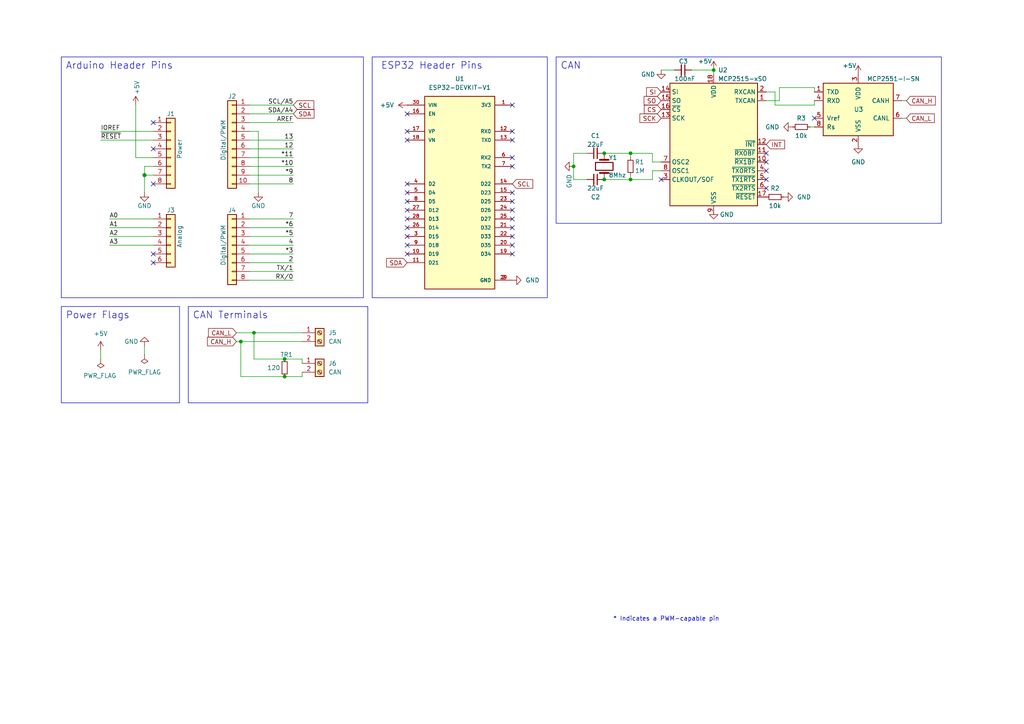
<source format=kicad_sch>
(kicad_sch (version 20231120) (generator "eeschema") (generator_version "8.0")
  (paper "A4")
  (title_block (date "mar. 31 mars 2015"))
  (lib_symbols
    (symbol "+5V_1" (power) (pin_numbers hide) (pin_names (offset 0) hide)
      (property "Value" "+5V" (at 0 3.556 0))
      (symbol "+5V_1_0_1"
        (polyline (pts (xy -0.762 1.27) (xy 0 2.54)))
        (polyline (pts (xy 0 0) (xy 0 2.54)))
        (polyline (pts (xy 0 2.54) (xy 0.762 1.27)))
      )
      (symbol "+5V_1_1_1"
        (pin power_in line (at 0 0 90) (length 0) (name "~") (number "1"))
      )
    )
    (symbol "Connector:Screw_Terminal_01x02" (pin_names (offset 1.016) hide)
      (property "Reference" "J" (at 0 2.54 0))
      (property "Value" "Screw_Terminal_01x02" (at 0 -5.08 0))
      (symbol "Screw_Terminal_01x02_1_1"
        (rectangle (start -1.27 1.27) (end 1.27 -3.81) (stroke (width 0.254)) (fill (type background)))
        (circle (center 0 -2.54) (radius 0.635) (stroke (width 0.1524)))
        (polyline (pts (xy -0.5334 -2.2098) (xy 0.3302 -3.048)) (stroke (width 0.1524)))
        (polyline (pts (xy -0.5334 0.3302) (xy 0.3302 -0.508)) (stroke (width 0.1524)))
        (polyline (pts (xy -0.3556 -2.032) (xy 0.508 -2.8702)) (stroke (width 0.1524)))
        (polyline (pts (xy -0.3556 0.508) (xy 0.508 -0.3302)) (stroke (width 0.1524)))
        (circle (center 0 0) (radius 0.635) (stroke (width 0.1524)))
        (pin passive line (at -5.08 0 0) (length 3.81) (name "Pin_1") (number "1"))
        (pin passive line (at -5.08 -2.54 0) (length 3.81) (name "Pin_2") (number "2"))
      )
    )
    (symbol "Connector_Generic:Conn_01x06" (pin_names (offset 1.016) hide)
      (property "Reference" "J" (at 0 7.62 0))
      (property "Value" "Conn_01x06" (at 0 -10.16 0))
      (symbol "Conn_01x06_1_1"
        (rectangle (start -1.27 -7.493) (end 0 -7.747) (stroke (width 0.1524)))
        (rectangle (start -1.27 -4.953) (end 0 -5.207) (stroke (width 0.1524)))
        (rectangle (start -1.27 -2.413) (end 0 -2.667) (stroke (width 0.1524)))
        (rectangle (start -1.27 0.127) (end 0 -0.127) (stroke (width 0.1524)))
        (rectangle (start -1.27 2.667) (end 0 2.413) (stroke (width 0.1524)))
        (rectangle (start -1.27 5.207) (end 0 4.953) (stroke (width 0.1524)))
        (rectangle (start -1.27 6.35) (end 1.27 -8.89) (stroke (width 0.254)) (fill (type background)))
        (pin passive line (at -5.08 5.08 0) (length 3.81) (name "Pin_1") (number "1"))
        (pin passive line (at -5.08 2.54 0) (length 3.81) (name "Pin_2") (number "2"))
        (pin passive line (at -5.08 0 0) (length 3.81) (name "Pin_3") (number "3"))
        (pin passive line (at -5.08 -2.54 0) (length 3.81) (name "Pin_4") (number "4"))
        (pin passive line (at -5.08 -5.08 0) (length 3.81) (name "Pin_5") (number "5"))
        (pin passive line (at -5.08 -7.62 0) (length 3.81) (name "Pin_6") (number "6"))
      )
    )
    (symbol "Connector_Generic:Conn_01x08" (pin_names (offset 1.016) hide)
      (property "Reference" "J" (at 0 10.16 0))
      (property "Value" "Conn_01x08" (at 0 -12.7 0))
      (symbol "Conn_01x08_1_1"
        (rectangle (start -1.27 -10.033) (end 0 -10.287) (stroke (width 0.1524)))
        (rectangle (start -1.27 -7.493) (end 0 -7.747) (stroke (width 0.1524)))
        (rectangle (start -1.27 -4.953) (end 0 -5.207) (stroke (width 0.1524)))
        (rectangle (start -1.27 -2.413) (end 0 -2.667) (stroke (width 0.1524)))
        (rectangle (start -1.27 0.127) (end 0 -0.127) (stroke (width 0.1524)))
        (rectangle (start -1.27 2.667) (end 0 2.413) (stroke (width 0.1524)))
        (rectangle (start -1.27 5.207) (end 0 4.953) (stroke (width 0.1524)))
        (rectangle (start -1.27 7.747) (end 0 7.493) (stroke (width 0.1524)))
        (rectangle (start -1.27 8.89) (end 1.27 -11.43) (stroke (width 0.254)) (fill (type background)))
        (pin passive line (at -5.08 7.62 0) (length 3.81) (name "Pin_1") (number "1"))
        (pin passive line (at -5.08 5.08 0) (length 3.81) (name "Pin_2") (number "2"))
        (pin passive line (at -5.08 2.54 0) (length 3.81) (name "Pin_3") (number "3"))
        (pin passive line (at -5.08 0 0) (length 3.81) (name "Pin_4") (number "4"))
        (pin passive line (at -5.08 -2.54 0) (length 3.81) (name "Pin_5") (number "5"))
        (pin passive line (at -5.08 -5.08 0) (length 3.81) (name "Pin_6") (number "6"))
        (pin passive line (at -5.08 -7.62 0) (length 3.81) (name "Pin_7") (number "7"))
        (pin passive line (at -5.08 -10.16 0) (length 3.81) (name "Pin_8") (number "8"))
      )
    )
    (symbol "Connector_Generic:Conn_01x10" (pin_names (offset 1.016) hide)
      (property "Reference" "J" (at 0 12.7 0))
      (property "Value" "Conn_01x10" (at 0 -15.24 0))
      (symbol "Conn_01x10_1_1"
        (rectangle (start -1.27 -12.573) (end 0 -12.827) (stroke (width 0.1524)))
        (rectangle (start -1.27 -10.033) (end 0 -10.287) (stroke (width 0.1524)))
        (rectangle (start -1.27 -7.493) (end 0 -7.747) (stroke (width 0.1524)))
        (rectangle (start -1.27 -4.953) (end 0 -5.207) (stroke (width 0.1524)))
        (rectangle (start -1.27 -2.413) (end 0 -2.667) (stroke (width 0.1524)))
        (rectangle (start -1.27 0.127) (end 0 -0.127) (stroke (width 0.1524)))
        (rectangle (start -1.27 2.667) (end 0 2.413) (stroke (width 0.1524)))
        (rectangle (start -1.27 5.207) (end 0 4.953) (stroke (width 0.1524)))
        (rectangle (start -1.27 7.747) (end 0 7.493) (stroke (width 0.1524)))
        (rectangle (start -1.27 10.287) (end 0 10.033) (stroke (width 0.1524)))
        (rectangle (start -1.27 11.43) (end 1.27 -13.97) (stroke (width 0.254)) (fill (type background)))
        (pin passive line (at -5.08 10.16 0) (length 3.81) (name "Pin_1") (number "1"))
        (pin passive line (at -5.08 -12.7 0) (length 3.81) (name "Pin_10") (number "10"))
        (pin passive line (at -5.08 7.62 0) (length 3.81) (name "Pin_2") (number "2"))
        (pin passive line (at -5.08 5.08 0) (length 3.81) (name "Pin_3") (number "3"))
        (pin passive line (at -5.08 2.54 0) (length 3.81) (name "Pin_4") (number "4"))
        (pin passive line (at -5.08 0 0) (length 3.81) (name "Pin_5") (number "5"))
        (pin passive line (at -5.08 -2.54 0) (length 3.81) (name "Pin_6") (number "6"))
        (pin passive line (at -5.08 -5.08 0) (length 3.81) (name "Pin_7") (number "7"))
        (pin passive line (at -5.08 -7.62 0) (length 3.81) (name "Pin_8") (number "8"))
        (pin passive line (at -5.08 -10.16 0) (length 3.81) (name "Pin_9") (number "9"))
      )
    )
    (symbol "Device:C_Small" (pin_numbers hide) (pin_names (offset 0.254) hide)
      (property "Reference" "C" (at 0.254 1.778 0))
      (property "Value" "C_Small" (at 0.254 -2.032 0))
      (symbol "C_Small_0_1"
        (polyline (pts (xy -1.524 -0.508) (xy 1.524 -0.508)) (stroke (width 0.3302)))
        (polyline (pts (xy -1.524 0.508) (xy 1.524 0.508)) (stroke (width 0.3048)))
      )
      (symbol "C_Small_1_1"
        (pin passive line (at 0 2.54 270) (length 2.032) (name "~") (number "1"))
        (pin passive line (at 0 -2.54 90) (length 2.032) (name "~") (number "2"))
      )
    )
    (symbol "Device:Crystal" (pin_numbers hide) (pin_names (offset 1.016) hide)
      (property "Reference" "Y" (at 0 3.81 0))
      (property "Value" "Crystal" (at 0 -3.81 0))
      (symbol "Crystal_0_1"
        (rectangle (start -1.143 2.54) (end 1.143 -2.54) (stroke (width 0.3048)))
        (polyline (pts (xy -2.54 0) (xy -1.905 0)))
        (polyline (pts (xy -1.905 -1.27) (xy -1.905 1.27)) (stroke (width 0.508)))
        (polyline (pts (xy 1.905 -1.27) (xy 1.905 1.27)) (stroke (width 0.508)))
        (polyline (pts (xy 2.54 0) (xy 1.905 0)))
      )
      (symbol "Crystal_1_1"
        (pin passive line (at -3.81 0 0) (length 1.27) (name "1") (number "1"))
        (pin passive line (at 3.81 0 180) (length 1.27) (name "2") (number "2"))
      )
    )
    (symbol "Device:R_Small" (pin_numbers hide) (pin_names (offset 0.254) hide)
      (property "Reference" "R" (at 0.762 0.508 0))
      (property "Value" "R_Small" (at 0.762 -1.016 0))
      (symbol "R_Small_0_1"
        (rectangle (start -0.762 1.778) (end 0.762 -1.778) (stroke (width 0.2032)))
      )
      (symbol "R_Small_1_1"
        (pin passive line (at 0 2.54 270) (length 0.762) (name "~") (number "1"))
        (pin passive line (at 0 -2.54 90) (length 0.762) (name "~") (number "2"))
      )
    )
    (symbol "GND_1" (power) (pin_numbers hide) (pin_names (offset 0) hide)
      (property "Value" "GND" (at 0 -3.81 0))
      (symbol "GND_1_0_1"
        (polyline (pts (xy 0 0) (xy 0 -1.27) (xy 1.27 -1.27) (xy 0 -2.54) (xy -1.27 -1.27) (xy 0 -1.27)))
      )
      (symbol "GND_1_1_1"
        (pin power_in line (at 0 0 270) (length 0) (name "~") (number "1"))
      )
    )
    (symbol "Interface_CAN_LIN:MCP2515-xSO"
      (property "Reference" "U" (at -10.16 19.685 0))
      (property "Value" "MCP2515-xSO" (at 19.05 20.32 0))
      (symbol "MCP2515-xSO_0_1"
        (rectangle (start -12.7 17.78) (end 12.7 -17.78) (stroke (width 0.254)) (fill (type background)))
      )
      (symbol "MCP2515-xSO_1_1"
        (pin output line (at 15.24 12.7 180) (length 2.54) (name "TXCAN") (number "1"))
        (pin output line (at 15.24 -5.08 180) (length 2.54) (name "~{RX1BF}") (number "10"))
        (pin output line (at 15.24 -2.54 180) (length 2.54) (name "~{RX0BF}") (number "11"))
        (pin output line (at 15.24 0 180) (length 2.54) (name "~{INT}") (number "12"))
        (pin input line (at -15.24 7.62 0) (length 2.54) (name "SCK") (number "13"))
        (pin input line (at -15.24 15.24 0) (length 2.54) (name "SI") (number "14"))
        (pin output line (at -15.24 12.7 0) (length 2.54) (name "SO") (number "15"))
        (pin input line (at -15.24 10.16 0) (length 2.54) (name "~{CS}") (number "16"))
        (pin input line (at 15.24 -15.24 180) (length 2.54) (name "~{RESET}") (number "17"))
        (pin power_in line (at 0 20.32 270) (length 2.54) (name "VDD") (number "18"))
        (pin input line (at 15.24 15.24 180) (length 2.54) (name "RXCAN") (number "2"))
        (pin output line (at -15.24 -10.16 0) (length 2.54) (name "CLKOUT/SOF") (number "3"))
        (pin input line (at 15.24 -7.62 180) (length 2.54) (name "~{TX0RTS}") (number "4"))
        (pin input line (at 15.24 -10.16 180) (length 2.54) (name "~{TX1RTS}") (number "5"))
        (pin input line (at 15.24 -12.7 180) (length 2.54) (name "~{TX2RTS}") (number "6"))
        (pin output line (at -15.24 -5.08 0) (length 2.54) (name "OSC2") (number "7"))
        (pin input line (at -15.24 -7.62 0) (length 2.54) (name "OSC1") (number "8"))
        (pin power_in line (at 0 -20.32 90) (length 2.54) (name "VSS") (number "9"))
      )
    )
    (symbol "Interface_CAN_LIN:MCP2551-I-SN" (pin_names (offset 1.016))
      (property "Reference" "U" (at -10.16 8.89 0))
      (property "Value" "MCP2551-I-SN" (at 2.54 8.89 0))
      (symbol "MCP2551-I-SN_0_1"
        (rectangle (start -10.16 7.62) (end 10.16 -7.62) (stroke (width 0.254)) (fill (type background)))
      )
      (symbol "MCP2551-I-SN_1_1"
        (pin input line (at -12.7 5.08 0) (length 2.54) (name "TXD") (number "1"))
        (pin power_in line (at 0 -10.16 90) (length 2.54) (name "VSS") (number "2"))
        (pin power_in line (at 0 10.16 270) (length 2.54) (name "VDD") (number "3"))
        (pin output line (at -12.7 2.54 0) (length 2.54) (name "RXD") (number "4"))
        (pin power_out line (at -12.7 -2.54 0) (length 2.54) (name "Vref") (number "5"))
        (pin bidirectional line (at 12.7 -2.54 180) (length 2.54) (name "CANL") (number "6"))
        (pin bidirectional line (at 12.7 2.54 180) (length 2.54) (name "CANH") (number "7"))
        (pin input line (at -12.7 -5.08 0) (length 2.54) (name "Rs") (number "8"))
      )
    )
    (symbol "RF_Module:ESP32-DEVKIT-V1" (pin_names (offset 1.016))
      (property "Reference" "U" (at -10.16 30.48 0))
      (property "Value" "ESP32-DEVKIT-V1" (at -10.16 -30.48 0))
      (symbol "ESP32-DEVKIT-V1_0_0"
        (rectangle (start -10.16 -27.94) (end 10.16 27.94) (stroke (width 0.254)) (fill (type background)))
        (pin output line (at 15.24 25.4 180) (length 5.08) (name "3V3") (number "1"))
        (pin bidirectional line (at -15.24 -17.78 0) (length 5.08) (name "D19") (number "10"))
        (pin bidirectional line (at -15.24 -20.32 0) (length 5.08) (name "D21") (number "11"))
        (pin input line (at 15.24 17.78 180) (length 5.08) (name "RX0") (number "12"))
        (pin output line (at 15.24 15.24 180) (length 5.08) (name "TX0") (number "13"))
        (pin bidirectional line (at 15.24 2.54 180) (length 5.08) (name "D22") (number "14"))
        (pin bidirectional line (at 15.24 0 180) (length 5.08) (name "D23") (number "15"))
        (pin input line (at -15.24 22.86 0) (length 5.08) (name "EN") (number "16"))
        (pin bidirectional line (at -15.24 17.78 0) (length 5.08) (name "VP") (number "17"))
        (pin bidirectional line (at -15.24 15.24 0) (length 5.08) (name "VN") (number "18"))
        (pin bidirectional line (at 15.24 -17.78 180) (length 5.08) (name "D34") (number "19"))
        (pin power_in line (at 15.24 -25.4 180) (length 5.08) (name "GND") (number "2"))
        (pin bidirectional line (at 15.24 -15.24 180) (length 5.08) (name "D35") (number "20"))
        (pin bidirectional line (at 15.24 -10.16 180) (length 5.08) (name "D32") (number "21"))
        (pin bidirectional line (at 15.24 -12.7 180) (length 5.08) (name "D33") (number "22"))
        (pin bidirectional line (at 15.24 -2.54 180) (length 5.08) (name "D25") (number "23"))
        (pin bidirectional line (at 15.24 -5.08 180) (length 5.08) (name "D26") (number "24"))
        (pin bidirectional line (at 15.24 -7.62 180) (length 5.08) (name "D27") (number "25"))
        (pin bidirectional line (at -15.24 -10.16 0) (length 5.08) (name "D14") (number "26"))
        (pin bidirectional line (at -15.24 -5.08 0) (length 5.08) (name "D12") (number "27"))
        (pin bidirectional line (at -15.24 -7.62 0) (length 5.08) (name "D13") (number "28"))
        (pin power_in line (at 15.24 -25.4 180) (length 5.08) (name "GND") (number "29"))
        (pin bidirectional line (at -15.24 -12.7 0) (length 5.08) (name "D15") (number "3"))
        (pin input line (at -15.24 25.4 0) (length 5.08) (name "VIN") (number "30"))
        (pin bidirectional line (at -15.24 2.54 0) (length 5.08) (name "D2") (number "4"))
        (pin bidirectional line (at -15.24 0 0) (length 5.08) (name "D4") (number "5"))
        (pin input line (at 15.24 10.16 180) (length 5.08) (name "RX2") (number "6"))
        (pin output line (at 15.24 7.62 180) (length 5.08) (name "TX2") (number "7"))
        (pin bidirectional line (at -15.24 -2.54 0) (length 5.08) (name "D5") (number "8"))
        (pin bidirectional line (at -15.24 -15.24 0) (length 5.08) (name "D18") (number "9"))
      )
    )
    (symbol "power:+5V" (power) (pin_names (offset 0))
      (property "Value" "+5V" (at 0 3.556 0))
      (symbol "+5V_0_1"
        (polyline (pts (xy -0.762 1.27) (xy 0 2.54)))
        (polyline (pts (xy 0 0) (xy 0 2.54)))
        (polyline (pts (xy 0 2.54) (xy 0.762 1.27)))
      )
      (symbol "+5V_1_1"
        (pin power_in line (at 0 0 90) (length 0) hide (name "+5V") (number "1"))
      )
    )
    (symbol "power:GND" (power) (pin_names (offset 0))
      (property "Value" "GND" (at 0 -3.81 0))
      (symbol "GND_0_1"
        (polyline (pts (xy 0 0) (xy 0 -1.27) (xy 1.27 -1.27) (xy 0 -2.54) (xy -1.27 -1.27) (xy 0 -1.27)))
      )
      (symbol "GND_1_1"
        (pin power_in line (at 0 0 270) (length 0) hide (name "GND") (number "1"))
      )
    )
    (symbol "power:PWR_FLAG" (power) (pin_numbers hide) (pin_names (offset 0) hide)
      (property "Value" "PWR_FLAG" (at 0 3.81 0))
      (symbol "PWR_FLAG_0_0"
        (pin power_out line (at 0 0 90) (length 0) (name "~") (number "1"))
      )
      (symbol "PWR_FLAG_0_1"
        (polyline (pts (xy 0 0) (xy 0 1.27) (xy -1.016 1.905) (xy 0 2.54) (xy 1.016 1.905) (xy 0 1.27)))
      )
    )
  )
  (junction (at 73.66 96.52))
  (junction (at 175.26 44.45))
  (junction (at 175.26 52.07))
  (junction (at 82.55 104.14))
  (junction (at 41.91 50.8) (diameter 1.016))
  (junction (at 207.01 20.32))
  (junction (at 166.37 48.26))
  (junction (at 69.85 99.06))
  (junction (at 182.88 44.45))
  (junction (at 82.55 109.22))
  (junction (at 182.88 52.07))
  (no_connect (at 148.59 48.26))
  (no_connect (at 222.25 49.53))
  (no_connect (at 222.25 46.99))
  (no_connect (at 222.25 54.61))
  (no_connect (at 148.59 71.12))
  (no_connect (at 118.11 73.66))
  (no_connect (at 148.59 40.64))
  (no_connect (at 118.11 68.58))
  (no_connect (at 148.59 45.72))
  (no_connect (at 236.22 34.29))
  (no_connect (at 118.11 58.42))
  (no_connect (at 44.45 43.18))
  (no_connect (at 118.11 53.34))
  (no_connect (at 118.11 40.64))
  (no_connect (at 222.25 44.45))
  (no_connect (at 148.59 60.96))
  (no_connect (at 118.11 63.5))
  (no_connect (at 148.59 55.88))
  (no_connect (at 118.11 66.04))
  (no_connect (at 148.59 58.42))
  (no_connect (at 148.59 73.66))
  (no_connect (at 44.45 73.66))
  (no_connect (at 44.45 76.2))
  (no_connect (at 118.11 38.1))
  (no_connect (at 148.59 68.58))
  (no_connect (at 191.77 52.07))
  (no_connect (at 118.11 33.02))
  (no_connect (at 148.59 66.04))
  (no_connect (at 44.45 35.56))
  (no_connect (at 118.11 60.96))
  (no_connect (at 148.59 38.1))
  (no_connect (at 222.25 52.07))
  (no_connect (at 148.59 63.5))
  (no_connect (at 118.11 55.88))
  (no_connect (at 148.59 30.48))
  (no_connect (at 118.11 71.12))
  (no_connect (at 44.45 53.34))
  (wire (pts (xy 72.39 81.28) (xy 85.09 81.28)))
  (wire (pts (xy 166.37 48.26) (xy 166.37 52.07)))
  (wire (pts (xy 222.25 26.67) (xy 224.79 26.67)))
  (wire (pts (xy 72.39 48.26) (xy 85.09 48.26)))
  (wire (pts (xy 207.01 60.96) (xy 207.01 62.23)))
  (wire (pts (xy 72.39 30.48) (xy 85.09 30.48)))
  (wire (pts (xy 182.88 44.45) (xy 182.88 45.72)))
  (wire (pts (xy 189.23 46.99) (xy 191.77 46.99)))
  (wire (pts (xy 207.01 20.32) (xy 207.01 21.59)))
  (wire (pts (xy 41.91 48.26) (xy 41.91 50.8)))
  (wire (pts (xy 166.37 52.07) (xy 170.18 52.07)))
  (wire (pts (xy 69.85 109.22) (xy 69.85 99.06)))
  (wire (pts (xy 87.63 104.14) (xy 87.63 105.41)))
  (wire (pts (xy 82.55 104.14) (xy 73.66 104.14)))
  (wire (pts (xy 41.91 50.8) (xy 41.91 55.88)))
  (wire (pts (xy 236.22 25.4) (xy 236.22 26.67)))
  (wire (pts (xy 39.37 45.72) (xy 44.45 45.72)))
  (wire (pts (xy 39.37 30.48) (xy 39.37 45.72)))
  (wire (pts (xy 87.63 109.22) (xy 87.63 107.95)))
  (wire (pts (xy 236.22 36.83) (xy 234.95 36.83)))
  (wire (pts (xy 73.66 96.52) (xy 87.63 96.52)))
  (wire (pts (xy 72.39 40.64) (xy 85.09 40.64)))
  (wire (pts (xy 82.55 109.22) (xy 87.63 109.22)))
  (wire (pts (xy 72.39 63.5) (xy 85.09 63.5)))
  (wire (pts (xy 44.45 63.5) (xy 31.75 63.5)))
  (wire (pts (xy 189.23 52.07) (xy 189.23 49.53)))
  (wire (pts (xy 72.39 43.18) (xy 85.09 43.18)))
  (wire (pts (xy 72.39 66.04) (xy 85.09 66.04)))
  (wire (pts (xy 191.77 20.32) (xy 195.58 20.32)))
  (wire (pts (xy 68.58 96.52) (xy 73.66 96.52)))
  (wire (pts (xy 72.39 50.8) (xy 85.09 50.8)))
  (wire (pts (xy 72.39 71.12) (xy 85.09 71.12)))
  (wire (pts (xy 82.55 104.14) (xy 87.63 104.14)))
  (wire (pts (xy 29.21 38.1) (xy 44.45 38.1)))
  (wire (pts (xy 200.66 20.32) (xy 207.01 20.32)))
  (wire (pts (xy 69.85 99.06) (xy 87.63 99.06)))
  (wire (pts (xy 226.06 25.4) (xy 236.22 25.4)))
  (wire (pts (xy 74.93 38.1) (xy 74.93 55.88)))
  (wire (pts (xy 72.39 35.56) (xy 85.09 35.56)))
  (wire (pts (xy 73.66 104.14) (xy 73.66 96.52)))
  (wire (pts (xy 44.45 68.58) (xy 31.75 68.58)))
  (wire (pts (xy 29.21 40.64) (xy 44.45 40.64)))
  (wire (pts (xy 166.37 44.45) (xy 170.18 44.45)))
  (wire (pts (xy 44.45 50.8) (xy 41.91 50.8)))
  (wire (pts (xy 236.22 30.48) (xy 236.22 29.21)))
  (wire (pts (xy 261.62 34.29) (xy 262.89 34.29)))
  (wire (pts (xy 175.26 52.07) (xy 182.88 52.07)))
  (wire (pts (xy 31.75 66.04) (xy 44.45 66.04)))
  (wire (pts (xy 224.79 26.67) (xy 224.79 30.48)))
  (wire (pts (xy 222.25 29.21) (xy 226.06 29.21)))
  (wire (pts (xy 189.23 44.45) (xy 189.23 46.99)))
  (wire (pts (xy 72.39 38.1) (xy 74.93 38.1)))
  (wire (pts (xy 261.62 29.21) (xy 262.89 29.21)))
  (wire (pts (xy 44.45 48.26) (xy 41.91 48.26)))
  (wire (pts (xy 175.26 44.45) (xy 182.88 44.45)))
  (wire (pts (xy 68.58 99.06) (xy 69.85 99.06)))
  (wire (pts (xy 41.91 100.33) (xy 41.91 102.87)))
  (wire (pts (xy 72.39 45.72) (xy 85.09 45.72)))
  (wire (pts (xy 182.88 50.8) (xy 182.88 52.07)))
  (wire (pts (xy 226.06 25.4) (xy 226.06 29.21)))
  (wire (pts (xy 224.79 30.48) (xy 236.22 30.48)))
  (wire (pts (xy 29.21 104.14) (xy 29.21 101.6)))
  (wire (pts (xy 72.39 68.58) (xy 85.09 68.58)))
  (wire (pts (xy 31.75 71.12) (xy 44.45 71.12)))
  (wire (pts (xy 189.23 49.53) (xy 191.77 49.53)))
  (wire (pts (xy 82.55 109.22) (xy 69.85 109.22)))
  (wire (pts (xy 72.39 33.02) (xy 85.09 33.02)))
  (wire (pts (xy 72.39 76.2) (xy 85.09 76.2)))
  (wire (pts (xy 166.37 48.26) (xy 166.37 44.45)))
  (wire (pts (xy 72.39 73.66) (xy 85.09 73.66)))
  (wire (pts (xy 182.88 44.45) (xy 189.23 44.45)))
  (wire (pts (xy 182.88 52.07) (xy 189.23 52.07)))
  (wire (pts (xy 72.39 78.74) (xy 85.09 78.74)))
  (wire (pts (xy 72.39 53.34) (xy 85.09 53.34)))
  (rectangle (start 161.29 16.51) (end 273.05 64.77))
  (rectangle (start 17.78 88.9) (end 52.07 116.84))
  (rectangle (start 54.61 88.9) (end 106.68 116.84))
  (rectangle (start 17.78 16.51) (end 105.41 86.36))
  (rectangle (start 107.95 16.51) (end 158.75 86.36))
  (text "CAN Terminals" (at 55.88 92.71 0) (effects (font (size 2 2)) (justify left bottom)))
  (text "Arduino Header Pins" (at 19.05 20.32 0) (effects (font (size 2 2)) (justify left bottom)))
  (text "CAN" (at 162.56 20.32 0) (effects (font (size 2 2)) (justify left bottom)))
  (text "Power Flags" (at 19.05 92.71 0) (effects (font (size 2 2)) (justify left bottom)))
  (text "* Indicates a PWM-capable pin" (at 177.8 180.34 0) (effects (font (size 1.27 1.27)) (justify left bottom)))
  (text "ESP32 Header Pins" (at 110.49 20.32 0) (effects (font (size 2 2)) (justify left bottom)))
  (label "RX{slash}0" (at 85.09 81.28 180))
  (label "A2" (at 31.75 68.58 0))
  (label "4" (at 85.09 71.12 180))
  (label "2" (at 85.09 76.2 180))
  (label "A3" (at 31.75 71.12 0))
  (label "13" (at 85.09 40.64 180))
  (label "12" (at 85.09 43.18 180))
  (label "~{RESET}" (at 29.21 40.64 0))
  (label "*10" (at 85.09 48.26 180))
  (label "7" (at 85.09 63.5 180))
  (label "SDA{slash}A4" (at 85.09 33.02 180))
  (label "8" (at 85.09 53.34 180))
  (label "*11" (at 85.09 45.72 180))
  (label "*3" (at 85.09 73.66 180))
  (label "A1" (at 31.75 66.04 0))
  (label "TX{slash}1" (at 85.09 78.74 180))
  (label "A0" (at 31.75 63.5 0))
  (label "AREF" (at 85.09 35.56 180))
  (label "*6" (at 85.09 66.04 180))
  (label "SCL{slash}A5" (at 85.09 30.48 180))
  (label "*9" (at 85.09 50.8 180))
  (label "*5" (at 85.09 68.58 180))
  (label "IOREF" (at 29.21 38.1 0))
  (global_label "SDA" (shape input) (at 118.11 76.2 180) (property "Intersheetrefs" "${INTERSHEET_REFS}" (effects (hide yes))))
  (global_label "CAN_L" (shape input) (at 68.58 96.52 180) (property "Intersheetrefs" "${INTERSHEET_REFS}" (effects (hide yes))))
  (global_label "INT" (shape input) (at 222.25 41.91 0) (property "Intersheetrefs" "${INTERSHEET_REFS}" (effects (hide yes))))
  (global_label "CAN_L" (shape input) (at 262.89 34.29 0) (property "Intersheetrefs" "${INTERSHEET_REFS}" (effects (hide yes))))
  (global_label "SCL" (shape input) (at 85.09 30.48 0) (property "Intersheetrefs" "${INTERSHEET_REFS}" (effects (hide yes))))
  (global_label "SDA" (shape input) (at 85.09 33.02 0) (property "Intersheetrefs" "${INTERSHEET_REFS}" (effects (hide yes))))
  (global_label "SO" (shape input) (at 191.77 29.21 180) (property "Intersheetrefs" "${INTERSHEET_REFS}" (effects (hide yes))))
  (global_label "CAN_H" (shape input) (at 68.58 99.06 180) (property "Intersheetrefs" "${INTERSHEET_REFS}" (effects (hide yes))))
  (global_label "SI" (shape input) (at 191.77 26.67 180) (property "Intersheetrefs" "${INTERSHEET_REFS}" (effects (hide yes))))
  (global_label "SCL" (shape input) (at 148.59 53.34 0) (property "Intersheetrefs" "${INTERSHEET_REFS}" (effects (hide yes))))
  (global_label "CAN_H" (shape input) (at 262.89 29.21 0) (property "Intersheetrefs" "${INTERSHEET_REFS}" (effects (hide yes))))
  (global_label "CS" (shape input) (at 191.77 31.75 180) (property "Intersheetrefs" "${INTERSHEET_REFS}" (effects (hide yes))))
  (global_label "SCK" (shape input) (at 191.77 34.29 180) (property "Intersheetrefs" "${INTERSHEET_REFS}" (effects (hide yes))))
  (symbol (lib_id "Connector_Generic:Conn_01x08") (at 49.53 43.18 0) (unit 1)
    (property "Reference" "J1" (at 49.53 33.02 0))
    (property "Value" "Power" (at 52.07 43.18 90))
    (property "Footprint" "Connector_PinSocket_2.54mm:PinSocket_1x08_P2.54mm_Vertical" (effects (hide yes)))
  )
  (symbol (lib_id "power:+5V") (at 39.37 30.48 0) (unit 1)
    (property "Reference" "#PWR02" (effects (hide yes)))
    (property "Value" "+5V" (at 39.7256 27.432 90) (effects (justify left)))
  )
  (symbol (lib_id "power:GND") (at 41.91 55.88 0) (unit 1)
    (property "Reference" "#PWR04" (effects (hide yes)))
    (property "Value" "GND" (at 41.91 59.69 0))
  )
  (symbol (lib_id "Connector_Generic:Conn_01x10") (at 67.31 40.64 0) (mirror y) (unit 1)
    (property "Reference" "J2" (at 67.31 27.94 0))
    (property "Value" "Digital/PWM" (at 64.77 40.64 90))
    (property "Footprint" "Connector_PinSocket_2.54mm:PinSocket_1x10_P2.54mm_Vertical" (effects (hide yes)))
  )
  (symbol (lib_id "power:GND") (at 74.93 55.88 0) (unit 1)
    (property "Reference" "#PWR05" (effects (hide yes)))
    (property "Value" "GND" (at 74.93 59.69 0))
  )
  (symbol (lib_id "Connector_Generic:Conn_01x06") (at 49.53 68.58 0) (unit 1)
    (property "Reference" "J3" (at 49.53 60.96 0))
    (property "Value" "Analog" (at 52.07 68.58 90))
    (property "Footprint" "Connector_PinSocket_2.54mm:PinSocket_1x06_P2.54mm_Vertical" (effects (hide yes)))
  )
  (symbol (lib_id "Connector_Generic:Conn_01x08") (at 67.31 71.12 0) (mirror y) (unit 1)
    (property "Reference" "J4" (at 67.31 60.96 0))
    (property "Value" "Digital/PWM" (at 64.77 71.12 90))
    (property "Footprint" "Connector_PinSocket_2.54mm:PinSocket_1x08_P2.54mm_Vertical" (effects (hide yes)))
  )
  (symbol (lib_id "Connector:Screw_Terminal_01x02") (at 92.71 105.41 0) (unit 1)
    (property "Reference" "J6" (at 95.25 105.4099 0) (effects (justify left)))
    (property "Value" "CAN" (at 95.25 107.9499 0) (effects (justify left)))
    (property "Footprint" "TerminalBlock_Phoenix:TerminalBlock_Phoenix_MKDS-1,5-2_1x02_P5.00mm_Horizontal" (effects (hide yes)))
  )
  (symbol (lib_name "+5V_1") (lib_id "power:+5V") (at 118.11 30.48 90) (unit 1)
    (property "Reference" "#PWR010" (effects (hide yes)))
    (property "Value" "+5V" (at 114.3 30.4799 90) (effects (justify left)))
    (property "Description" "Power symbol creates a global label with name \"+5V\"" (effects (hide yes)))
  )
  (symbol (lib_id "Device:R_Small") (at 232.41 36.83 270) (unit 1)
    (property "Reference" "R3" (at 232.41 34.29 90))
    (property "Value" "10k" (at 232.41 39.37 90))
    (property "Footprint" "Resistor_SMD:R_0805_2012Metric_Pad1.20x1.40mm_HandSolder" (effects (hide yes)))
  )
  (symbol (lib_id "power:GND") (at 248.92 41.91 0) (unit 1)
    (property "Reference" "#PWR019" (effects (hide yes)))
    (property "Value" "GND" (at 248.92 46.99 0))
  )
  (symbol (lib_id "Interface_CAN_LIN:MCP2551-I-SN") (at 248.92 31.75 0) (unit 1)
    (property "Reference" "U3" (at 247.65 31.75 0) (effects (justify left)))
    (property "Value" "MCP2551-I-SN" (at 251.46 22.86 0) (effects (justify left)))
    (property "Footprint" "Package_SO:SOIC-8_3.9x4.9mm_P1.27mm" (effects (hide yes)))
    (property "Datasheet" "http://ww1.microchip.com/downloads/en/devicedoc/21667d.pdf" (effects (hide yes)))
  )
  (symbol (lib_name "GND_1") (lib_id "power:GND") (at 148.59 81.28 90) (unit 1)
    (property "Reference" "#PWR011" (effects (hide yes)))
    (property "Value" "GND" (at 152.4 81.2799 90) (effects (justify right)))
    (property "Description" "Power symbol creates a global label with name \"GND\" , ground" (effects (hide yes)))
  )
  (symbol (lib_id "power:+5V") (at 207.01 20.32 0) (unit 1)
    (property "Reference" "#PWR014" (effects (hide yes)))
    (property "Value" "+5V" (at 204.47 17.78 0))
  )
  (symbol (lib_id "Device:R_Small") (at 224.79 57.15 270) (unit 1)
    (property "Reference" "R2" (at 224.79 54.61 90))
    (property "Value" "10k" (at 224.79 59.69 90))
    (property "Footprint" "Resistor_SMD:R_0805_2012Metric_Pad1.20x1.40mm_HandSolder" (effects (hide yes)))
  )
  (symbol (lib_id "power:PWR_FLAG") (at 41.91 102.87 180) (unit 1)
    (property "Reference" "#FLG02" (effects (hide yes)))
    (property "Value" "PWR_FLAG" (at 41.91 107.95 0))
    (property "Description" "Special symbol for telling ERC where power comes from" (effects (hide yes)))
  )
  (symbol (lib_id "Interface_CAN_LIN:MCP2515-xSO") (at 207.01 41.91 0) (unit 1)
    (property "Reference" "U2" (at 208.28 20.32 0) (effects (justify left)))
    (property "Value" "MCP2515-xSO" (at 208.28 22.86 0) (effects (justify left)))
    (property "Footprint" "Package_SO:SOIC-18W_7.5x11.6mm_P1.27mm" (effects (hide yes)))
    (property "Datasheet" "http://ww1.microchip.com/downloads/en/DeviceDoc/21801e.pdf" (effects (hide yes)))
  )
  (symbol (lib_id "power:GND") (at 41.91 100.33 180) (unit 1)
    (property "Reference" "#PWR07" (effects (hide yes)))
    (property "Value" "GND" (at 38.1 99.06 0))
  )
  (symbol (lib_id "power:PWR_FLAG") (at 29.21 104.14 180) (unit 1)
    (property "Reference" "#FLG01" (effects (hide yes)))
    (property "Value" "PWR_FLAG" (at 33.782 108.966 0) (effects (justify left)))
    (property "Description" "Special symbol for telling ERC where power comes from" (effects (hide yes)))
  )
  (symbol (lib_id "Device:C_Small") (at 172.72 52.07 270) (unit 1)
    (property "Reference" "C2" (at 172.72 57.15 90))
    (property "Value" "22uF" (at 172.72 54.61 90))
    (property "Footprint" "Capacitor_SMD:C_0805_2012Metric_Pad1.18x1.45mm_HandSolder" (effects (hide yes)))
  )
  (symbol (lib_id "power:GND") (at 191.77 20.32 0) (unit 1)
    (property "Reference" "#PWR013" (effects (hide yes)))
    (property "Value" "GND" (at 187.96 21.59 0))
  )
  (symbol (lib_id "power:+5V") (at 248.92 21.59 0) (unit 1)
    (property "Reference" "#PWR018" (effects (hide yes)))
    (property "Value" "+5V" (at 246.38 19.05 0))
  )
  (symbol (lib_id "Device:R_Small") (at 182.88 48.26 0) (unit 1)
    (property "Reference" "R1" (at 184.15 46.99 0) (effects (justify left)))
    (property "Value" "1M" (at 184.15 49.53 0) (effects (justify left)))
    (property "Footprint" "Resistor_SMD:R_0805_2012Metric_Pad1.20x1.40mm_HandSolder" (effects (hide yes)))
  )
  (symbol (lib_id "power:GND") (at 227.33 57.15 90) (unit 1)
    (property "Reference" "#PWR016" (effects (hide yes)))
    (property "Value" "GND" (at 231.14 57.15 90) (effects (justify right)))
  )
  (symbol (lib_id "RF_Module:ESP32-DEVKIT-V1") (at 133.35 55.88 0) (unit 1)
    (property "Reference" "U1" (at 133.35 22.86 0))
    (property "Value" "ESP32-DEVKIT-V1" (at 133.35 25.4 0))
    (property "Footprint" "RF_Module:ESP32_Header" (effects (hide yes)))
    (property "MF" "Do it" (effects (hide yes)))
    (property "MAXIMUM_PACKAGE_HEIGHT" "6.8 mm" (effects (hide yes)))
    (property "Package" "None" (effects (hide yes)))
    (property "Price" "None" (effects (hide yes)))
    (property "Check_prices" "https://www.snapeda.com/parts/ESP32-DEVKIT-V1/Do+it/view-part/?ref=eda" (effects (hide yes)))
    (property "STANDARD" "Manufacturer Recommendations" (effects (hide yes)))
    (property "PARTREV" "N/A" (effects (hide yes)))
    (property "SnapEDA_Link" "https://www.snapeda.com/parts/ESP32-DEVKIT-V1/Do+it/view-part/?ref=snap" (effects (hide yes)))
    (property "MP" "ESP32-DEVKIT-V1" (effects (hide yes)))
    (property "Description_1" "\nDual core, Wi-Fi: 2.4 GHz up to 150 Mbits/s,BLE (Bluetooth Low Energy) and legacy Bluetooth, 32 bits, Up to 240 MHz\n" (effects (hide yes)))
    (property "Availability" "Not in stock" (effects (hide yes)))
    (property "MANUFACTURER" "DOIT" (effects (hide yes)))
  )
  (symbol (lib_id "Device:Crystal") (at 175.26 48.26 90) (unit 1)
    (property "Reference" "Y1" (at 176.53 45.72 90) (effects (justify right)))
    (property "Value" "8Mhz" (at 176.53 50.8 90) (effects (justify right)))
    (property "Footprint" "Crystal:Crystal_HC49-4H_Vertical" (effects (hide yes)))
  )
  (symbol (lib_id "Device:C_Small") (at 198.12 20.32 270) (unit 1)
    (property "Reference" "C3" (at 196.85 17.78 90) (effects (justify left)))
    (property "Value" "100nF" (at 195.58 22.86 90) (effects (justify left)))
    (property "Footprint" "Capacitor_SMD:C_0805_2012Metric_Pad1.18x1.45mm_HandSolder" (effects (hide yes)))
  )
  (symbol (lib_id "Device:C_Small") (at 172.72 44.45 90) (unit 1)
    (property "Reference" "C1" (at 172.72 39.37 90))
    (property "Value" "22uF" (at 172.72 41.91 90))
    (property "Footprint" "Capacitor_SMD:C_0805_2012Metric_Pad1.18x1.45mm_HandSolder" (effects (hide yes)))
  )
  (symbol (lib_id "power:+5V") (at 29.21 101.6 0) (unit 1)
    (property "Reference" "#PWR06" (effects (hide yes)))
    (property "Value" "+5V" (at 29.21 96.774 0))
  )
  (symbol (lib_id "Device:R_Small") (at 82.55 106.68 180) (unit 1)
    (property "Reference" "TR1" (at 81.28 102.87 0) (effects (justify right)))
    (property "Value" "120" (at 77.47 106.68 0) (effects (justify right)))
    (property "Footprint" "Resistor_SMD:R_0805_2012Metric_Pad1.20x1.40mm_HandSolder" (effects (hide yes)))
  )
  (symbol (lib_id "power:GND") (at 207.01 60.96 0) (unit 1)
    (property "Reference" "#PWR015" (effects (hide yes)))
    (property "Value" "GND" (at 210.82 62.23 0))
  )
  (symbol (lib_id "Connector:Screw_Terminal_01x02") (at 92.71 96.52 0) (unit 1)
    (property "Reference" "J5" (at 95.25 96.52 0) (effects (justify left)))
    (property "Value" "CAN" (at 95.25 99.06 0) (effects (justify left)))
    (property "Footprint" "TerminalBlock_Phoenix:TerminalBlock_Phoenix_MKDS-1,5-2_1x02_P5.00mm_Horizontal" (effects (hide yes)))
  )
  (symbol (lib_id "power:GND") (at 166.37 48.26 270) (unit 1)
    (property "Reference" "#PWR012" (effects (hide yes)))
    (property "Value" "GND" (at 165.1 54.61 0) (effects (justify right)))
  )
  (symbol (lib_id "power:GND") (at 229.87 36.83 270) (unit 1)
    (property "Reference" "#PWR017" (effects (hide yes)))
    (property "Value" "GND" (at 226.06 36.83 90) (effects (justify right)))
  )
)
</source>
